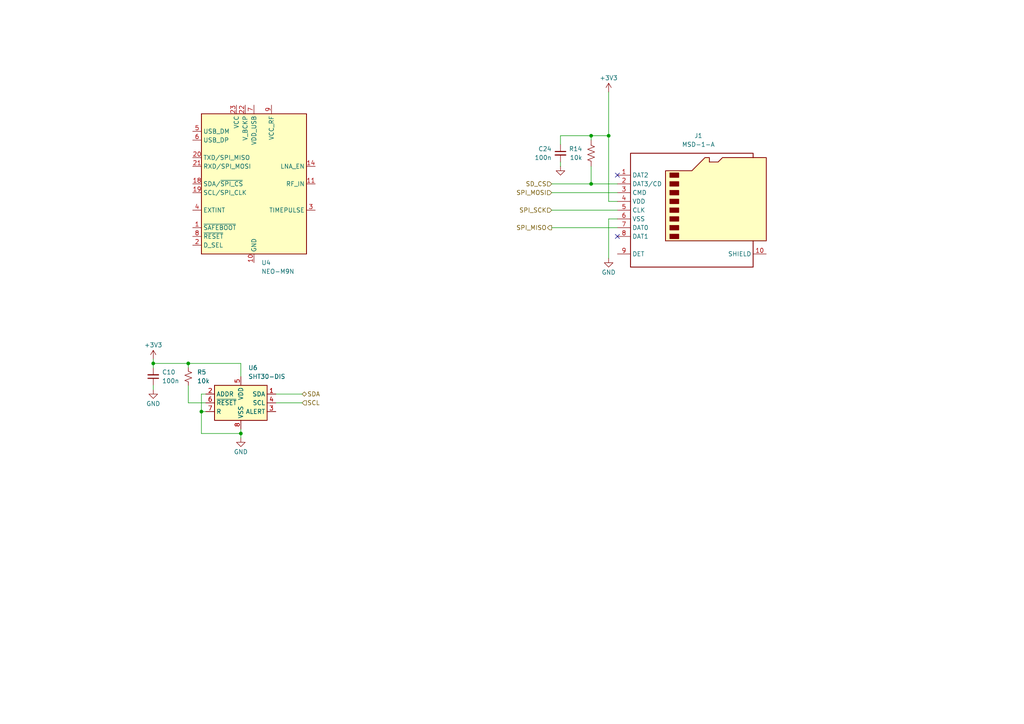
<source format=kicad_sch>
(kicad_sch (version 20250114) (generator "eeschema") (generator_version "9.0")
  (paper "A4")
  (lib_symbols
    (symbol "Connector:Micro_SD_Card_Det1"
      (property "Reference" "J" (at -16.51 17.78 0))
      (property "Value" "Micro_SD_Card_Det1" (at 16.51 17.78 0))
      (symbol "Micro_SD_Card_Det1_0_1"
        (polyline (pts (xy -8.89 -8.89) (xy -8.89 11.43) (xy -1.27 11.43) (xy 2.54 15.24) (xy 3.81 15.24) (xy 3.81 13.97) (xy 6.35 13.97) (xy 7.62 15.24) (xy 20.32 15.24) (xy 20.32 -8.89) (xy -8.89 -8.89)) (stroke (width 0.254)) (fill (type background)))
        (rectangle (start -7.62 10.795) (end -5.08 9.525) (stroke (width 0.254)) (fill (type outline)))
        (rectangle (start -7.62 8.255) (end -5.08 6.985) (stroke (width 0.254)) (fill (type outline)))
        (rectangle (start -7.62 5.715) (end -5.08 4.445) (stroke (width 0.254)) (fill (type outline)))
        (rectangle (start -7.62 3.175) (end -5.08 1.905) (stroke (width 0.254)) (fill (type outline)))
        (rectangle (start -7.62 0.635) (end -5.08 -0.635) (stroke (width 0.254)) (fill (type outline)))
        (rectangle (start -7.62 -1.905) (end -5.08 -3.175) (stroke (width 0.254)) (fill (type outline)))
        (rectangle (start -7.62 -4.445) (end -5.08 -5.715) (stroke (width 0.254)) (fill (type outline)))
        (rectangle (start -7.62 -6.985) (end -5.08 -8.255) (stroke (width 0.254)) (fill (type outline)))
        (polyline (pts (xy 16.51 15.24) (xy 16.51 16.51) (xy -19.05 16.51) (xy -19.05 -16.51) (xy 16.51 -16.51) (xy 16.51 -8.89)) (stroke (width 0.254)))
      )
      (symbol "Micro_SD_Card_Det1_1_1"
        (pin bidirectional line (at -22.86 10.16 0) (length 3.81) (name "DAT2") (number "1"))
        (pin bidirectional line (at -22.86 7.62 0) (length 3.81) (name "DAT3/CD") (number "2"))
        (pin input line (at -22.86 5.08 0) (length 3.81) (name "CMD") (number "3"))
        (pin power_in line (at -22.86 2.54 0) (length 3.81) (name "VDD") (number "4"))
        (pin input line (at -22.86 0 0) (length 3.81) (name "CLK") (number "5"))
        (pin power_in line (at -22.86 -2.54 0) (length 3.81) (name "VSS") (number "6"))
        (pin bidirectional line (at -22.86 -5.08 0) (length 3.81) (name "DAT0") (number "7"))
        (pin bidirectional line (at -22.86 -7.62 0) (length 3.81) (name "DAT1") (number "8"))
        (pin passive line (at -22.86 -12.7 0) (length 3.81) (name "DET") (number "9"))
        (pin passive line (at 20.32 -12.7 180) (length 3.81) (name "SHIELD") (number "10"))
      )
    )
    (symbol "Device:C_Small" (pin_numbers (hide yes)) (pin_names (offset 0.254) (hide yes))
      (property "Reference" "C" (at 0.254 1.778 0))
      (property "Value" "C_Small" (at 0.254 -2.032 0))
      (symbol "C_Small_0_1"
        (polyline (pts (xy -1.524 0.508) (xy 1.524 0.508)) (stroke (width 0.3048)))
        (polyline (pts (xy -1.524 -0.508) (xy 1.524 -0.508)) (stroke (width 0.3302)))
      )
      (symbol "C_Small_1_1"
        (pin passive line (at 0 2.54 270) (length 2.032) (name "~") (number "1"))
        (pin passive line (at 0 -2.54 90) (length 2.032) (name "~") (number "2"))
      )
    )
    (symbol "Device:R_Small_US" (pin_numbers (hide yes)) (pin_names (offset 0.254) (hide yes))
      (property "Reference" "R" (at 0.762 0.508 0))
      (property "Value" "R_Small_US" (at 0.762 -1.016 0))
      (symbol "R_Small_US_1_1"
        (polyline (pts (xy 0 1.524) (xy 1.016 1.143) (xy 0 0.762) (xy -1.016 0.381) (xy 0 0)))
        (polyline (pts (xy 0 0) (xy 1.016 -0.381) (xy 0 -0.762) (xy -1.016 -1.143) (xy 0 -1.524)))
        (pin passive line (at 0 2.54 270) (length 1.016) (name "~") (number "1"))
        (pin passive line (at 0 -2.54 90) (length 1.016) (name "~") (number "2"))
      )
    )
    (symbol "Device:R_US" (pin_numbers (hide yes)) (pin_names (offset 0))
      (property "Reference" "R" (at 2.54 0 90))
      (property "Value" "R_US" (at -2.54 0 90))
      (symbol "R_US_0_1"
        (polyline (pts (xy 0 2.286) (xy 0 2.54)))
        (polyline (pts (xy 0 2.286) (xy 1.016 1.905) (xy 0 1.524) (xy -1.016 1.143) (xy 0 0.762)))
        (polyline (pts (xy 0 0.762) (xy 1.016 0.381) (xy 0 0) (xy -1.016 -0.381) (xy 0 -0.762)))
        (polyline (pts (xy 0 -0.762) (xy 1.016 -1.143) (xy 0 -1.524) (xy -1.016 -1.905) (xy 0 -2.286)))
        (polyline (pts (xy 0 -2.286) (xy 0 -2.54)))
      )
      (symbol "R_US_1_1"
        (pin passive line (at 0 3.81 270) (length 1.27) (name "~") (number "1"))
        (pin passive line (at 0 -3.81 90) (length 1.27) (name "~") (number "2"))
      )
    )
    (symbol "RF_GPS:NEO-M9N"
      (property "Reference" "U" (at -13.97 21.59 0))
      (property "Value" "NEO-M9N" (at 11.43 21.59 0))
      (symbol "NEO-M9N_0_1"
        (rectangle (start -15.24 20.32) (end 15.24 -20.32) (stroke (width 0.254)) (fill (type background)))
      )
      (symbol "NEO-M9N_1_1"
        (pin bidirectional line (at -17.78 15.24 0) (length 2.54) (name "USB_DM") (number "5"))
        (pin bidirectional line (at -17.78 12.7 0) (length 2.54) (name "USB_DP") (number "6"))
        (pin output line (at -17.78 7.62 0) (length 2.54) (name "TXD/SPI_MISO") (number "20"))
        (pin input line (at -17.78 5.08 0) (length 2.54) (name "RXD/SPI_MOSI") (number "21"))
        (pin bidirectional line (at -17.78 0 0) (length 2.54) (name "SDA/~{SPI_CS}") (number "18"))
        (pin input line (at -17.78 -2.54 0) (length 2.54) (name "SCL/SPI_CLK") (number "19"))
        (pin input line (at -17.78 -7.62 0) (length 2.54) (name "EXTINT") (number "4"))
        (pin input line (at -17.78 -12.7 0) (length 2.54) (name "~{SAFEBOOT}") (number "1"))
        (pin input line (at -17.78 -15.24 0) (length 2.54) (name "~{RESET}") (number "8"))
        (pin input line (at -17.78 -17.78 0) (length 2.54) (name "D_SEL") (number "2"))
        (pin power_in line (at -5.08 22.86 270) (length 2.54) (name "VCC") (number "23"))
        (pin power_in line (at -2.54 22.86 270) (length 2.54) (name "V_BCKP") (number "22"))
        (pin power_in line (at 0 22.86 270) (length 2.54) (name "VDD_USB") (number "7"))
        (pin power_in line (at 0 -22.86 90) (length 2.54) (name "GND") (number "10"))
        (pin passive line (at 0 -22.86 90) (length 2.54) (hide yes) (name "GND") (number "12"))
        (pin passive line (at 0 -22.86 90) (length 2.54) (hide yes) (name "GND") (number "13"))
        (pin passive line (at 0 -22.86 90) (length 2.54) (hide yes) (name "GND") (number "24"))
        (pin power_out line (at 5.08 22.86 270) (length 2.54) (name "VCC_RF") (number "9"))
        (pin no_connect line (at 15.24 -10.16 180) (length 2.54) (hide yes) (name "RESERVED") (number "15"))
        (pin no_connect line (at 15.24 -12.7 180) (length 2.54) (hide yes) (name "RESERVED") (number "16"))
        (pin no_connect line (at 15.24 -15.24 180) (length 2.54) (hide yes) (name "RESERVED") (number "17"))
        (pin output line (at 17.78 5.08 180) (length 2.54) (name "LNA_EN") (number "14"))
        (pin input line (at 17.78 0 180) (length 2.54) (name "RF_IN") (number "11"))
        (pin output line (at 17.78 -7.62 180) (length 2.54) (name "TIMEPULSE") (number "3"))
      )
    )
    (symbol "Sensor_Humidity:SHT30-DIS"
      (property "Reference" "U" (at -6.35 6.35 0))
      (property "Value" "SHT30-DIS" (at 6.35 6.35 0))
      (symbol "SHT30-DIS_0_1"
        (rectangle (start -7.62 5.08) (end 7.62 -5.08) (stroke (width 0.254)) (fill (type background)))
      )
      (symbol "SHT30-DIS_1_1"
        (pin input line (at -10.16 2.54 0) (length 2.54) (name "ADDR") (number "2"))
        (pin input line (at -10.16 0 0) (length 2.54) (name "~{RESET}") (number "6"))
        (pin passive line (at -10.16 -2.54 0) (length 2.54) (name "R") (number "7"))
        (pin power_in line (at 0 7.62 270) (length 2.54) (name "VDD") (number "5"))
        (pin power_in line (at 0 -7.62 90) (length 2.54) (name "VSS") (number "8"))
        (pin passive line (at 0 -7.62 90) (length 2.54) (hide yes) (name "VSS") (number "9"))
        (pin bidirectional line (at 10.16 2.54 180) (length 2.54) (name "SDA") (number "1"))
        (pin input line (at 10.16 0 180) (length 2.54) (name "SCL") (number "4"))
        (pin output line (at 10.16 -2.54 180) (length 2.54) (name "ALERT") (number "3"))
      )
    )
    (symbol "power:+3V3" (power) (pin_numbers (hide yes)) (pin_names (offset 0) (hide yes))
      (property "Value" "+3V3" (at 0 3.556 0))
      (symbol "+3V3_0_1"
        (polyline (pts (xy -0.762 1.27) (xy 0 2.54)))
        (polyline (pts (xy 0 2.54) (xy 0.762 1.27)))
        (polyline (pts (xy 0 0) (xy 0 2.54)))
      )
      (symbol "+3V3_1_1"
        (pin power_in line (at 0 0 90) (length 0) (name "~") (number "1"))
      )
    )
    (symbol "power:GND" (power) (pin_numbers (hide yes)) (pin_names (offset 0) (hide yes))
      (property "Value" "GND" (at 0 -3.81 0))
      (symbol "GND_0_1"
        (polyline (pts (xy 0 0) (xy 0 -1.27) (xy 1.27 -1.27) (xy 0 -2.54) (xy -1.27 -1.27) (xy 0 -1.27)))
      )
      (symbol "GND_1_1"
        (pin power_in line (at 0 0 270) (length 0) (name "~") (number "1"))
      )
    )
  )
  (junction (at 171.45 53.34))
  (junction (at 69.85 125.73))
  (junction (at 58.42 119.38))
  (junction (at 44.45 105.41))
  (junction (at 171.45 39.37))
  (junction (at 54.61 105.41))
  (junction (at 176.53 39.37))
  (no_connect (at 179.07 50.8))
  (no_connect (at 179.07 68.58))
  (wire (pts (xy 171.45 39.37) (xy 176.53 39.37)))
  (wire (pts (xy 176.53 26.67) (xy 176.53 39.37)))
  (wire (pts (xy 58.42 114.3) (xy 58.42 119.38)))
  (wire (pts (xy 162.56 46.99) (xy 162.56 48.26)))
  (wire (pts (xy 176.53 63.5) (xy 176.53 74.93)))
  (wire (pts (xy 58.42 125.73) (xy 69.85 125.73)))
  (wire (pts (xy 69.85 124.46) (xy 69.85 125.73)))
  (wire (pts (xy 171.45 39.37) (xy 162.56 39.37)))
  (wire (pts (xy 176.53 58.42) (xy 179.07 58.42)))
  (wire (pts (xy 80.01 116.84) (xy 87.63 116.84)))
  (wire (pts (xy 44.45 113.03) (xy 44.45 111.76)))
  (wire (pts (xy 44.45 104.14) (xy 44.45 105.41)))
  (wire (pts (xy 160.02 53.34) (xy 171.45 53.34)))
  (wire (pts (xy 160.02 66.04) (xy 179.07 66.04)))
  (wire (pts (xy 69.85 125.73) (xy 69.85 127)))
  (wire (pts (xy 59.69 116.84) (xy 54.61 116.84)))
  (wire (pts (xy 171.45 53.34) (xy 179.07 53.34)))
  (wire (pts (xy 176.53 39.37) (xy 176.53 58.42)))
  (wire (pts (xy 54.61 111.76) (xy 54.61 116.84)))
  (wire (pts (xy 80.01 114.3) (xy 87.63 114.3)))
  (wire (pts (xy 69.85 109.22) (xy 69.85 105.41)))
  (wire (pts (xy 171.45 48.26) (xy 171.45 53.34)))
  (wire (pts (xy 59.69 119.38) (xy 58.42 119.38)))
  (wire (pts (xy 160.02 55.88) (xy 179.07 55.88)))
  (wire (pts (xy 58.42 119.38) (xy 58.42 125.73)))
  (wire (pts (xy 179.07 63.5) (xy 176.53 63.5)))
  (wire (pts (xy 44.45 105.41) (xy 54.61 105.41)))
  (wire (pts (xy 160.02 60.96) (xy 179.07 60.96)))
  (wire (pts (xy 54.61 105.41) (xy 54.61 106.68)))
  (wire (pts (xy 69.85 105.41) (xy 54.61 105.41)))
  (wire (pts (xy 171.45 40.64) (xy 171.45 39.37)))
  (wire (pts (xy 59.69 114.3) (xy 58.42 114.3)))
  (wire (pts (xy 44.45 106.68) (xy 44.45 105.41)))
  (wire (pts (xy 162.56 39.37) (xy 162.56 41.91)))
  (hierarchical_label "SPI_SCK" (shape input) (at 160.02 60.96 180))
  (hierarchical_label "SCL" (shape input) (at 87.63 116.84 0))
  (hierarchical_label "SPI_MISO" (shape output) (at 160.02 66.04 180))
  (hierarchical_label "SDA" (shape bidirectional) (at 87.63 114.3 0))
  (hierarchical_label "SPI_MOSI" (shape input) (at 160.02 55.88 180))
  (hierarchical_label "SD_CS" (shape input) (at 160.02 53.34 180))
  (symbol (lib_id "Device:C_Small") (at 162.56 44.45 0) (unit 1)
    (property "Reference" "C24" (at 160.02 43.1862 0) (effects (justify right)))
    (property "Value" "100n" (at 160.02 45.7262 0) (effects (justify right)))
    (property "Footprint" "Capacitor_SMD:C_0603_1608Metric" (effects (hide yes)))
    (property "Description" "Unpolarized capacitor, small symbol" (effects (hide yes)))
  )
  (symbol (lib_id "Connector:Micro_SD_Card_Det1") (at 201.93 60.96 0) (unit 1)
    (property "Reference" "J1" (at 202.565 39.37 0))
    (property "Value" "MSD-1-A" (at 202.565 41.91 0))
    (property "Datasheet" "https://www.sameskydevices.com/product/resource/msd-1-a.pdf" (effects (hide yes)))
    (property "Description" "Micro SD Card Socket with one card detection pin" (effects (hide yes)))
  )
  (symbol (lib_id "Device:R_Small_US") (at 54.61 109.22 0) (unit 1)
    (property "Reference" "R5" (at 57.15 107.9499 0) (effects (justify left)))
    (property "Value" "10k" (at 57.15 110.4899 0) (effects (justify left)))
    (property "Description" "Resistor, small US symbol" (effects (hide yes)))
  )
  (symbol (lib_id "power:GND") (at 44.45 113.03 0) (unit 1)
    (property "Reference" "#PWR026" (effects (hide yes)))
    (property "Value" "GND" (at 44.45 117.094 0))
    (property "Description" "Power symbol creates a global label with name \"GND\" , ground" (effects (hide yes)))
  )
  (symbol (lib_id "Device:R_US") (at 171.45 44.45 0) (unit 1)
    (property "Reference" "R14" (at 168.91 43.1799 0) (effects (justify right)))
    (property "Value" "10k" (at 168.91 45.7199 0) (effects (justify right)))
    (property "Footprint" "Resistor_SMD:R_0603_1608Metric" (effects (hide yes)))
    (property "Description" "Resistor, US symbol" (effects (hide yes)))
  )
  (symbol (lib_id "power:GND") (at 69.85 127 0) (unit 1)
    (property "Reference" "#PWR024" (effects (hide yes)))
    (property "Value" "GND" (at 69.85 131.064 0))
    (property "Description" "Power symbol creates a global label with name \"GND\" , ground" (effects (hide yes)))
  )
  (symbol (lib_id "RF_GPS:NEO-M9N") (at 73.66 53.34 0) (unit 1)
    (property "Reference" "U4" (at 75.8033 76.2 0) (effects (justify left)))
    (property "Value" "NEO-M9N" (at 75.8033 78.74 0) (effects (justify left)))
    (property "Footprint" "RF_GPS:ublox_NEO" (effects (hide yes)))
    (property "Datasheet" "https://www.u-blox.com/sites/default/files/NEO-M9N-00B_DataSheet_UBX-19014285.pdf" (effects (hide yes)))
    (property "Description" "GNSS Module NEO M8, VCC 2.7V to 3.6V" (effects (hide yes)))
  )
  (symbol (lib_id "Sensor_Humidity:SHT30-DIS") (at 69.85 116.84 0) (unit 1)
    (property "Reference" "U6" (at 71.9933 106.68 0) (effects (justify left)))
    (property "Value" "SHT30-DIS" (at 71.9933 109.22 0) (effects (justify left)))
    (property "Footprint" "Sensor_Humidity:Sensirion_DFN-8-1EP_2.5x2.5mm_P0.5mm_EP1.1x1.7mm" (effects (hide yes)))
    (property "Datasheet" "https://sensirion.com/media/documents/213E6A3B/63A5A569/Datasheet_SHT3x_DIS.pdf" (effects (hide yes)))
    (property "Description" "I²C humidity and temperature sensor, ±2%RH, ±0.2°C, DFN-8" (effects (hide yes)))
  )
  (symbol (lib_id "Device:C_Small") (at 44.45 109.22 180) (unit 1)
    (property "Reference" "C10" (at 46.99 107.9435 0) (effects (justify right)))
    (property "Value" "100n" (at 46.99 110.4835 0) (effects (justify right)))
    (property "Description" "Unpolarized capacitor, small symbol" (effects (hide yes)))
  )
  (symbol (lib_id "power:GND") (at 162.56 48.26 0) (unit 1)
    (property "Reference" "#PWR055" (effects (hide yes)))
    (property "Value" "GND" (effects (hide yes)))
    (property "Description" "Power symbol creates a global label with name \"GND\" , ground" (effects (hide yes)))
  )
  (symbol (lib_id "power:+3V3") (at 44.45 104.14 0) (unit 1)
    (property "Reference" "#PWR027" (effects (hide yes)))
    (property "Value" "+3V3" (at 44.45 100.076 0))
    (property "Description" "Power symbol creates a global label with name \"+3V3\"" (effects (hide yes)))
  )
  (symbol (lib_id "power:+3V3") (at 176.53 26.67 0) (unit 1)
    (property "Reference" "#PWR058" (effects (hide yes)))
    (property "Value" "+3V3" (at 176.53 22.606 0))
    (property "Description" "Power symbol creates a global label with name \"+3V3\"" (effects (hide yes)))
  )
  (symbol (lib_id "power:GND") (at 176.53 74.93 0) (unit 1)
    (property "Reference" "#PWR022" (effects (hide yes)))
    (property "Value" "GND" (at 176.53 78.994 0))
    (property "Description" "Power symbol creates a global label with name \"GND\" , ground" (effects (hide yes)))
  )
)
</source>
